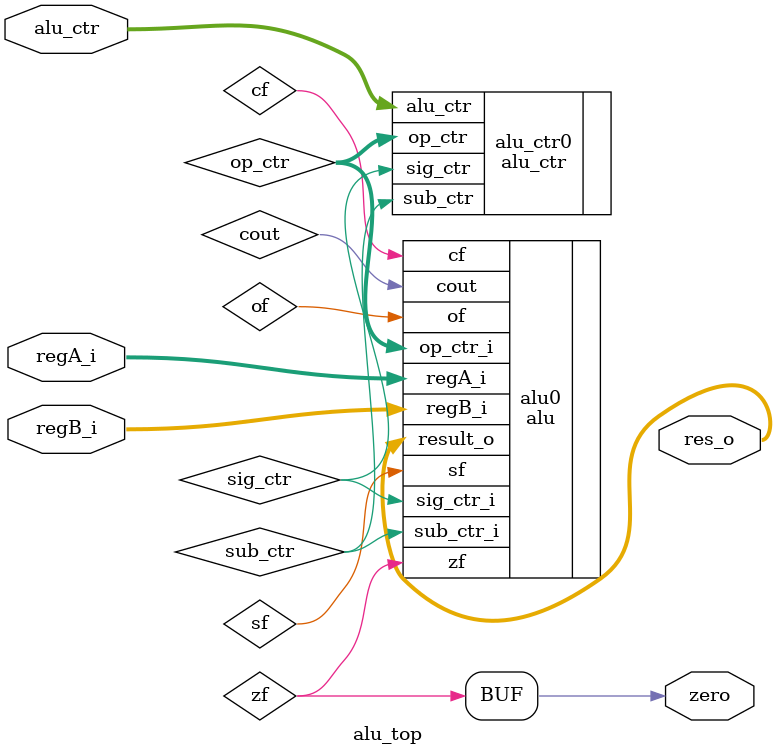
<source format=v>
`timescale 1ns / 1ps


module alu_top(
    input[31:0] regA_i,
    input[31:0] regB_i,
    input[5:0]  alu_ctr,
    
    output[31:0]    res_o,
    output          zero
    );
    
    //reg [3:0]          alu_ctr;
    //reg [31:0]         regA_i,regB_i;
     
    wire        sub_ctr;
    wire        sig_ctr;
    wire [3:0]  op_ctr;
    
    wire   zf; // Áã±êÖ¾
    wire   sf; // ·ûºÅ±êÖ¾
    wire   cf; // ½øÎ»/´íÎ»±êÖ¾
    wire   of; // Òç³ö±êÖ¾
    
    wire    cout;
    //wire [31:0]    wdata_o; // ¶àÎ»
    
    alu_ctr alu_ctr0(
        .alu_ctr(alu_ctr), 
        .sub_ctr(sub_ctr), 
        .sig_ctr(sig_ctr), 
        .op_ctr(op_ctr)
        );
        
    alu alu0(
        .regA_i(regA_i), 
        .regB_i(regB_i), 
        .sub_ctr_i(sub_ctr), 
        .sig_ctr_i(sig_ctr), 
        .op_ctr_i(op_ctr), 
        .zf(zf), 
        .sf(sf), 
        .cf(cf), 
        .of(of), 
        .cout(cout), 
        .result_o(res_o)
        );
    
    assign zero = zf;   // Áã±êÖ¾
    
endmodule

</source>
